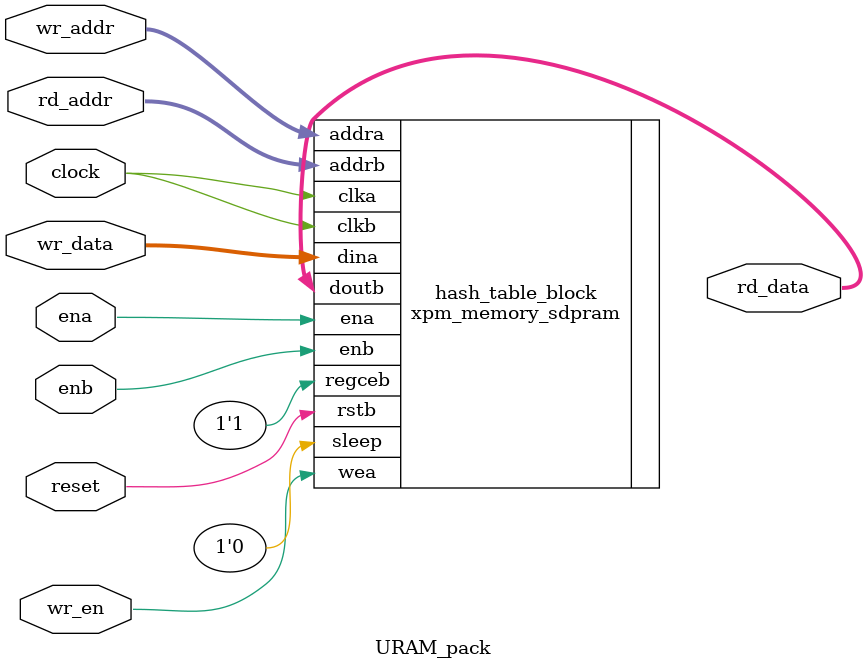
<source format=v>
module URAM_pack #(parameter INDEX_WIDTH =12, parameter DATA_WIDTH  = 64)
(input reset, input clock, input ena, input enb, input wr_en, input [INDEX_WIDTH-1:0] wr_addr, input [DATA_WIDTH-1:0] wr_data, input [INDEX_WIDTH-1:0] rd_addr, output [DATA_WIDTH-1:0] rd_data);

/* input [INDEX_WIDTH-1:0]BRAM_PORTA_0_addr, input BRAM_PORTA_0_clk,  input [DATA_WIDTH-1:0]BRAM_PORTA_0_din, input BRAM_PORTA_0_en,  input [0:0]BRAM_PORTA_0_we,
input [INDEX_WIDTH-1:0]BRAM_PORTB_0_addr,   input BRAM_PORTB_0_clk, output reg [DATA_WIDTH-1:0]BRAM_PORTB_0_dout_reg, input BRAM_PORTB_0_en);


  wire [DATA_WIDTH-1:0]BRAM_PORTB_0_dout; */
/*   reg wr_en_reg;
  reg [INDEX_WIDTH-1:0] wr_addr_reg;
  reg [DATA_WIDTH-1:0] wr_data_reg;
  reg ena_reg;
 */
 xpm_memory_sdpram #(
         .ADDR_WIDTH_A(INDEX_WIDTH),// DECIMAL
         .ADDR_WIDTH_B(INDEX_WIDTH),// DECIMAL
     //    .BYTE_WRITE_WIDTH_A(8),         // DECIMAL
         .CLOCKING_MODE("common_clock"), // String
         .ECC_MODE("no_ecc"),            // String
         .MEMORY_PRIMITIVE("ultra"),      // String
         .MEMORY_SIZE((2**INDEX_WIDTH)*DATA_WIDTH),  // DECIMAL
         .READ_DATA_WIDTH_B(DATA_WIDTH), // DECIMAL
         .READ_LATENCY_B(5),// DECIMAL
         .WRITE_DATA_WIDTH_A(DATA_WIDTH),// DECIMAL
         .WRITE_MODE_B("read_first"))    // String
      hash_table_block (
         .rstb(reset),
         .clka(clock),
         .ena(ena),
         .wea(wr_en),
         .addra(wr_addr),
         .dina(wr_data),
         .enb(enb),
         .addrb(rd_addr),
         .doutb(rd_data),
         .regceb(1'b1),
		 .clkb(clock),
		 .sleep(1'b0) 
		 );
	
  

     
      /* .sleep(sleep),                   // 1-bit input: sleep signal to enable the dynamic power saving feature. */
/* 	  always @(posedge clock) begin
		wr_en_reg <= wr_en;
		wr_addr_reg <= wr_addr;
		wr_data_reg <= wr_data;
		ena_reg <= ena;
	end
	   */
	  
    
  endmodule
</source>
